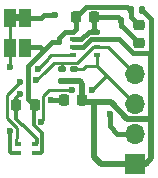
<source format=gbr>
%TF.GenerationSoftware,KiCad,Pcbnew,8.0.5-8.0.5-0~ubuntu22.04.1*%
%TF.CreationDate,2024-09-29T16:12:32+02:00*%
%TF.ProjectId,I2C_Module_SHT45_BME280_small_FUEL4EP,4932435f-4d6f-4647-956c-655f53485434,V1.5*%
%TF.SameCoordinates,Original*%
%TF.FileFunction,Copper,L1,Top*%
%TF.FilePolarity,Positive*%
%FSLAX46Y46*%
G04 Gerber Fmt 4.6, Leading zero omitted, Abs format (unit mm)*
G04 Created by KiCad (PCBNEW 8.0.5-8.0.5-0~ubuntu22.04.1) date 2024-09-29 16:12:32*
%MOMM*%
%LPD*%
G01*
G04 APERTURE LIST*
G04 Aperture macros list*
%AMRoundRect*
0 Rectangle with rounded corners*
0 $1 Rounding radius*
0 $2 $3 $4 $5 $6 $7 $8 $9 X,Y pos of 4 corners*
0 Add a 4 corners polygon primitive as box body*
4,1,4,$2,$3,$4,$5,$6,$7,$8,$9,$2,$3,0*
0 Add four circle primitives for the rounded corners*
1,1,$1+$1,$2,$3*
1,1,$1+$1,$4,$5*
1,1,$1+$1,$6,$7*
1,1,$1+$1,$8,$9*
0 Add four rect primitives between the rounded corners*
20,1,$1+$1,$2,$3,$4,$5,0*
20,1,$1+$1,$4,$5,$6,$7,0*
20,1,$1+$1,$6,$7,$8,$9,0*
20,1,$1+$1,$8,$9,$2,$3,0*%
G04 Aperture macros list end*
%TA.AperFunction,EtchedComponent*%
%ADD10C,0.000000*%
%TD*%
%TA.AperFunction,SMDPad,CuDef*%
%ADD11RoundRect,0.225000X-0.250000X0.225000X-0.250000X-0.225000X0.250000X-0.225000X0.250000X0.225000X0*%
%TD*%
%TA.AperFunction,SMDPad,CuDef*%
%ADD12RoundRect,0.147500X0.147500X0.172500X-0.147500X0.172500X-0.147500X-0.172500X0.147500X-0.172500X0*%
%TD*%
%TA.AperFunction,SMDPad,CuDef*%
%ADD13R,1.000000X1.500000*%
%TD*%
%TA.AperFunction,SMDPad,CuDef*%
%ADD14R,0.500000X0.350000*%
%TD*%
%TA.AperFunction,SMDPad,CuDef*%
%ADD15RoundRect,0.225000X-0.225000X-0.250000X0.225000X-0.250000X0.225000X0.250000X-0.225000X0.250000X0*%
%TD*%
%TA.AperFunction,SMDPad,CuDef*%
%ADD16RoundRect,0.135000X-0.185000X0.135000X-0.185000X-0.135000X0.185000X-0.135000X0.185000X0.135000X0*%
%TD*%
%TA.AperFunction,SMDPad,CuDef*%
%ADD17R,0.500000X0.300000*%
%TD*%
%TA.AperFunction,SMDPad,CuDef*%
%ADD18RoundRect,0.225000X0.225000X0.250000X-0.225000X0.250000X-0.225000X-0.250000X0.225000X-0.250000X0*%
%TD*%
%TA.AperFunction,ComponentPad*%
%ADD19R,1.700000X1.700000*%
%TD*%
%TA.AperFunction,ComponentPad*%
%ADD20O,1.700000X1.700000*%
%TD*%
%TA.AperFunction,ViaPad*%
%ADD21C,0.600000*%
%TD*%
%TA.AperFunction,Conductor*%
%ADD22C,0.500000*%
%TD*%
%TA.AperFunction,Conductor*%
%ADD23C,0.400000*%
%TD*%
%TA.AperFunction,Conductor*%
%ADD24C,0.300000*%
%TD*%
%TA.AperFunction,Conductor*%
%ADD25C,0.250000*%
%TD*%
G04 APERTURE END LIST*
D10*
%TA.AperFunction,EtchedComponent*%
%TO.C,JP1*%
G36*
X2220800Y14076400D02*
G01*
X1720800Y14076400D01*
X1720800Y14676400D01*
X2220800Y14676400D01*
X2220800Y14076400D01*
G37*
%TD.AperFunction*%
%TD*%
D11*
%TO.P,C1,1*%
%TO.N,VDDA*%
X12247600Y13779800D03*
%TO.P,C1,2*%
%TO.N,GND*%
X12247600Y12229800D03*
%TD*%
D12*
%TO.P,FB1,1*%
%TO.N,VCC*%
X12529400Y15036800D03*
%TO.P,FB1,2*%
%TO.N,VDDA*%
X11559400Y15036800D03*
%TD*%
D13*
%TO.P,JP2,1,A*%
%TO.N,Net-(JP1-B)*%
X1320800Y11836400D03*
%TO.P,JP2,2,B*%
%TO.N,VDDA*%
X2620800Y11836400D03*
%TD*%
D14*
%TO.P,U1,1,GND*%
%TO.N,GND*%
X8695800Y13217800D03*
%TO.P,U1,2,CSB*%
%TO.N,VCC*%
X8695800Y12567800D03*
%TO.P,U1,3,SDI*%
%TO.N,/SDA*%
X8695800Y11917800D03*
%TO.P,U1,4,SCK*%
%TO.N,/SCL*%
X8695800Y11267800D03*
%TO.P,U1,5,SDO*%
%TO.N,Net-(JP1-B)*%
X6645800Y11267800D03*
%TO.P,U1,6,VDDIO*%
%TO.N,VCC*%
X6645800Y11917800D03*
%TO.P,U1,7,GND*%
%TO.N,GND*%
X6645800Y12567800D03*
%TO.P,U1,8,VDD*%
%TO.N,VDDA*%
X6645800Y13217800D03*
%TD*%
D13*
%TO.P,JP1,1,A*%
%TO.N,GND*%
X2620800Y14376400D03*
%TO.P,JP1,2,B*%
%TO.N,Net-(JP1-B)*%
X1320800Y14376400D03*
%TD*%
D15*
%TO.P,C3,1*%
%TO.N,GND*%
X5935400Y7416800D03*
%TO.P,C3,2*%
%TO.N,VCC*%
X7485400Y7416800D03*
%TD*%
D16*
%TO.P,R1,1*%
%TO.N,/SDA*%
X5715000Y10033000D03*
%TO.P,R1,2*%
%TO.N,VCC*%
X5715000Y9013000D03*
%TD*%
D17*
%TO.P,U2,1,SDA*%
%TO.N,/SDA*%
X2025000Y3725000D03*
%TO.P,U2,2,SCL*%
%TO.N,/SCL*%
X2025000Y2925000D03*
%TO.P,U2,3,VDD*%
%TO.N,VDDA*%
X3425000Y2925000D03*
%TO.P,U2,4,VSS*%
%TO.N,GND*%
X3425000Y3725000D03*
%TD*%
D18*
%TO.P,C4,1*%
%TO.N,GND*%
X8445800Y14478000D03*
%TO.P,C4,2*%
%TO.N,VDDA*%
X6895800Y14478000D03*
%TD*%
D16*
%TO.P,R2,1*%
%TO.N,/SCL*%
X6731000Y10033000D03*
%TO.P,R2,2*%
%TO.N,VCC*%
X6731000Y9013000D03*
%TD*%
D15*
%TO.P,C2,1*%
%TO.N,GND*%
X1875000Y7000000D03*
%TO.P,C2,2*%
%TO.N,VDDA*%
X3425000Y7000000D03*
%TD*%
D19*
%TO.P,J1,1,Pin_1*%
%TO.N,VCC*%
X11892000Y2032000D03*
D20*
%TO.P,J1,2,Pin_2*%
%TO.N,GND*%
X11892000Y4572000D03*
%TO.P,J1,3,Pin_3*%
%TO.N,/SCL*%
X11892000Y7112000D03*
%TO.P,J1,4,Pin_4*%
%TO.N,/SDA*%
X11892000Y9652000D03*
%TD*%
D21*
%TO.N,GND*%
X4780000Y7416800D03*
X9780000Y6260000D03*
X2203176Y7910824D03*
X5186400Y14630400D03*
X10774400Y14224000D03*
%TO.N,/SCL*%
X6604000Y8255000D03*
X1380000Y4826000D03*
X8255000Y8255000D03*
X4000000Y5600000D03*
%TO.N,/SDA*%
X2184400Y8940800D03*
X3575992Y9093200D03*
%TO.N,Net-(JP1-B)*%
X3708400Y10058400D03*
X1320800Y10261600D03*
%TD*%
D22*
%TO.N,VCC*%
X6731000Y9013000D02*
X5715000Y9013000D01*
X13318000Y2518000D02*
X13318000Y5794800D01*
D23*
X10593143Y12567800D02*
X8695800Y12567800D01*
X13318000Y14248200D02*
X13318000Y11375600D01*
D22*
X11892000Y2032000D02*
X9042400Y2032000D01*
X13318000Y5794800D02*
X13318000Y11375600D01*
D23*
X8180800Y12567800D02*
X8695800Y12567800D01*
X11785343Y11375600D02*
X10593143Y12567800D01*
D22*
X12832000Y2032000D02*
X13318000Y2518000D01*
D23*
X7530800Y11917800D02*
X8180800Y12567800D01*
X12529400Y15036800D02*
X13318000Y14248200D01*
D22*
X8481600Y2592800D02*
X8481600Y7215600D01*
X11282400Y5842000D02*
X13270800Y5842000D01*
D23*
X6645800Y11917800D02*
X7530800Y11917800D01*
X11785343Y11375600D02*
X13318000Y11375600D01*
D22*
X7485400Y7416800D02*
X7485400Y8770600D01*
X7485400Y8770600D02*
X7243000Y9013000D01*
X9042400Y2032000D02*
X8481600Y2592800D01*
X7243000Y9013000D02*
X6731000Y9013000D01*
X13270800Y5842000D02*
X13318000Y5794800D01*
X9908800Y7215600D02*
X8481600Y7215600D01*
X9908800Y7215600D02*
X11282400Y5842000D01*
X8481600Y7215600D02*
X7686600Y7215600D01*
X11892000Y2032000D02*
X12832000Y2032000D01*
D23*
%TO.N,GND*%
X10408000Y4572000D02*
X11892000Y4572000D01*
D24*
X3537132Y3725000D02*
X3425000Y3725000D01*
D23*
X3941600Y14376400D02*
X2620800Y14376400D01*
X4195600Y14630400D02*
X3941600Y14376400D01*
X10904000Y13573400D02*
X12247600Y12229800D01*
D24*
X2396000Y5334000D02*
X1875000Y5855000D01*
X1875000Y7582648D02*
X2203176Y7910824D01*
D23*
X9780000Y5200000D02*
X10408000Y4572000D01*
X7375404Y12567800D02*
X8012004Y13204400D01*
D24*
X2428132Y5334000D02*
X3625000Y4137132D01*
D23*
X8012004Y13204400D02*
X8182400Y13204400D01*
X9780000Y6260000D02*
X9780000Y5200000D01*
X8195800Y13217800D02*
X8695800Y13217800D01*
X10520400Y14478000D02*
X10774400Y14224000D01*
D24*
X1875000Y5855000D02*
X1875000Y7000000D01*
X3625000Y3812868D02*
X3537132Y3725000D01*
D23*
X8182400Y13204400D02*
X8195800Y13217800D01*
D24*
X3625000Y4137132D02*
X3625000Y3812868D01*
X1875000Y7000000D02*
X1875000Y7582648D01*
D23*
X8445800Y13467800D02*
X8695800Y13217800D01*
D24*
X2428132Y5334000D02*
X2396000Y5334000D01*
D23*
X8182400Y13204400D02*
X8445800Y13467800D01*
X10774400Y13703000D02*
X10904000Y13573400D01*
X6645800Y12567800D02*
X7375404Y12567800D01*
X8445800Y14478000D02*
X8445800Y13467800D01*
X8445800Y14478000D02*
X10520400Y14478000D01*
X5935400Y7416800D02*
X4780000Y7416800D01*
X10774400Y14224000D02*
X10774400Y13703000D01*
X5186400Y14630400D02*
X4195600Y14630400D01*
D25*
%TO.N,/SCL*%
X4653000Y8255000D02*
X6604000Y8255000D01*
D24*
X2025000Y2925000D02*
X1475000Y2925000D01*
D25*
X7493000Y10033000D02*
X6731000Y10033000D01*
D24*
X1380000Y3020000D02*
X1380000Y4826000D01*
D25*
X4170000Y5770000D02*
X4000000Y5600000D01*
X4170000Y7772000D02*
X4653000Y8255000D01*
X9438500Y9438500D02*
X9565500Y9438500D01*
X9565500Y9438500D02*
X8695800Y10308200D01*
X8255000Y8255000D02*
X9438500Y9438500D01*
X8695800Y10308200D02*
X7768200Y10308200D01*
X7768200Y10308200D02*
X7493000Y10033000D01*
D24*
X1475000Y2925000D02*
X1380000Y3020000D01*
D25*
X8695800Y10308200D02*
X8695800Y11267800D01*
X4170000Y7772000D02*
X4170000Y5770000D01*
X11892000Y7112000D02*
X9565500Y9438500D01*
%TO.N,/SDA*%
X9626200Y11917800D02*
X8695800Y11917800D01*
X1130000Y5936000D02*
X1130000Y7886400D01*
X5694400Y10566400D02*
X5715000Y10545800D01*
X11892000Y9652000D02*
X9626200Y11917800D01*
X5080000Y10541000D02*
X5334000Y10541000D01*
X5694400Y10566400D02*
X7015200Y10566400D01*
X8366600Y11917800D02*
X7015200Y10566400D01*
X5715000Y10545800D02*
X5715000Y10033000D01*
X4187592Y9704800D02*
X4243800Y9704800D01*
X1850000Y3823222D02*
X1948222Y3725000D01*
X1974500Y5091500D02*
X1974500Y4251278D01*
X1850000Y4126778D02*
X1850000Y3823222D01*
X5334000Y10541000D02*
X5359400Y10566400D01*
X8695800Y11917800D02*
X8366600Y11917800D01*
X4187592Y9704800D02*
X3575992Y9093200D01*
X1974500Y5091500D02*
X1130000Y5936000D01*
X4243800Y9704800D02*
X5080000Y10541000D01*
X1974500Y4251278D02*
X1850000Y4126778D01*
X1130000Y7886400D02*
X2184400Y8940800D01*
X5359400Y10566400D02*
X5694400Y10566400D01*
D23*
%TO.N,VDDA*%
X6895800Y13467800D02*
X6645800Y13217800D01*
D24*
X3425000Y2925000D02*
X3975000Y2925000D01*
D23*
X11273200Y15323000D02*
X7740800Y15323000D01*
X2906492Y7518508D02*
X3425000Y7000000D01*
D24*
X3380500Y5343394D02*
X3380500Y6955500D01*
D23*
X6895800Y14478000D02*
X6895800Y13467800D01*
D24*
X3975000Y2925000D02*
X4094501Y3044501D01*
D23*
X2906492Y10304908D02*
X2906492Y7518508D01*
X4897184Y12295600D02*
X4174792Y11573208D01*
X4174792Y11573208D02*
X3860800Y11887200D01*
X11559400Y14468000D02*
X11559400Y15036800D01*
X5486400Y12708400D02*
X5486400Y12295600D01*
X7740800Y15323000D02*
X6895800Y14478000D01*
X5995800Y13217800D02*
X5486400Y12708400D01*
X6645800Y13217800D02*
X5995800Y13217800D01*
X12247600Y13779800D02*
X11559400Y14468000D01*
X3860800Y11887200D02*
X2620800Y11887200D01*
X5486400Y12295600D02*
X4897184Y12295600D01*
X11559400Y15036800D02*
X11273200Y15323000D01*
D24*
X4094501Y4629393D02*
X3380500Y5343394D01*
X4094501Y3044501D02*
X4094501Y4629393D01*
D23*
X4174792Y11573208D02*
X2906492Y10304908D01*
D25*
%TO.N,Net-(JP1-B)*%
X1320800Y10261600D02*
X1320800Y11887200D01*
X4572000Y10922000D02*
X3708400Y10058400D01*
X1320800Y14376400D02*
X1320800Y11887200D01*
X6645800Y11267800D02*
X5494200Y11267800D01*
X4824000Y11275600D02*
X4572000Y11023600D01*
X5486400Y11275600D02*
X4824000Y11275600D01*
X4572000Y11023600D02*
X4572000Y10922000D01*
%TD*%
M02*

</source>
